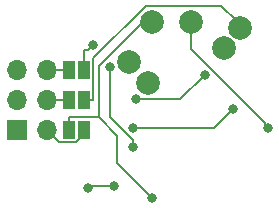
<source format=gbr>
G04 #@! TF.GenerationSoftware,KiCad,Pcbnew,(5.1.5)-3*
G04 #@! TF.CreationDate,2020-06-28T02:30:20+02:00*
G04 #@! TF.ProjectId,XenoGCFlex,58656e6f-4743-4466-9c65-782e6b696361,rev?*
G04 #@! TF.SameCoordinates,Original*
G04 #@! TF.FileFunction,Copper,L2,Bot*
G04 #@! TF.FilePolarity,Positive*
%FSLAX46Y46*%
G04 Gerber Fmt 4.6, Leading zero omitted, Abs format (unit mm)*
G04 Created by KiCad (PCBNEW (5.1.5)-3) date 2020-06-28 02:30:20*
%MOMM*%
%LPD*%
G04 APERTURE LIST*
%ADD10C,2.000000*%
%ADD11R,1.000000X1.500000*%
%ADD12O,1.700000X1.700000*%
%ADD13R,1.700000X1.700000*%
%ADD14C,0.800000*%
%ADD15C,0.200000*%
G04 APERTURE END LIST*
D10*
X144954000Y-67406000D03*
X143304000Y-65680000D03*
X145258000Y-62233300D03*
X148555000Y-62233300D03*
X151353000Y-64476200D03*
X152754000Y-62779900D03*
D11*
X138207000Y-66290000D03*
X139507000Y-66290000D03*
X138207000Y-68830000D03*
X139507000Y-68830000D03*
X139507000Y-71370000D03*
X138207000Y-71370000D03*
D12*
X136348000Y-66290000D03*
X133808000Y-66290000D03*
X136348000Y-68830000D03*
X133808000Y-68830000D03*
X136348000Y-71370000D03*
D13*
X133808000Y-71370000D03*
D14*
X140253720Y-64213740D03*
X145279100Y-77180200D03*
X142055100Y-76175900D03*
X139846700Y-76306500D03*
X155054300Y-71252080D03*
X143925300Y-68788500D03*
X149715900Y-66730200D03*
X143647800Y-71195000D03*
X152123800Y-69597000D03*
X143638400Y-72797000D03*
X141703700Y-66072700D03*
D15*
X139507000Y-66290000D02*
X139507000Y-64610700D01*
X139507000Y-64610700D02*
X139856760Y-64610700D01*
X139856760Y-64610700D02*
X140253720Y-64213740D01*
X140253720Y-64213740D02*
X140253720Y-64213740D01*
X140747900Y-70319700D02*
X142321100Y-71892900D01*
X142321100Y-71892900D02*
X142321100Y-74222200D01*
X142321100Y-74222200D02*
X145279100Y-77180200D01*
X140747900Y-70319700D02*
X140747900Y-66017800D01*
X140747900Y-66017800D02*
X144532400Y-62233300D01*
X144532400Y-62233300D02*
X145258000Y-62233300D01*
X138207000Y-70319700D02*
X140747900Y-70319700D01*
X138207000Y-71370000D02*
X138207000Y-70319700D01*
X142055100Y-76175900D02*
X139977300Y-76175900D01*
X139977300Y-76175900D02*
X139846700Y-76306500D01*
X148555000Y-62233300D02*
X148555000Y-63647513D01*
X148555000Y-64533298D02*
X154861260Y-70839558D01*
X148555000Y-63647513D02*
X148555000Y-64533298D01*
X154861260Y-70839558D02*
X154861260Y-71059040D01*
X154861260Y-71059040D02*
X155054300Y-71252080D01*
X155054300Y-71252080D02*
X155054300Y-71252080D01*
X143925300Y-68788500D02*
X147657600Y-68788500D01*
X147657600Y-68788500D02*
X149715900Y-66730200D01*
X140307300Y-65309800D02*
X144719700Y-60897400D01*
X151134761Y-60897400D02*
X152336898Y-62099537D01*
X139507000Y-68830000D02*
X140307300Y-68830000D01*
X144719700Y-60897400D02*
X151134761Y-60897400D01*
X140307300Y-68830000D02*
X140307300Y-65309800D01*
X143647800Y-71195000D02*
X150525800Y-71195000D01*
X150525800Y-71195000D02*
X152123800Y-69597000D01*
X143638400Y-72797000D02*
X143638400Y-72230900D01*
X143638400Y-72230900D02*
X141703700Y-70296200D01*
X141703700Y-70296200D02*
X141703700Y-66072700D01*
X136348000Y-66290000D02*
X138207000Y-66290000D01*
X136348000Y-68830000D02*
X138207000Y-68830000D01*
X136348000Y-71370000D02*
X137398400Y-72420400D01*
X137398400Y-72420400D02*
X138837400Y-72420400D01*
X138837400Y-72420400D02*
X139507000Y-71750800D01*
X139507000Y-71750800D02*
X139507000Y-71370000D01*
M02*

</source>
